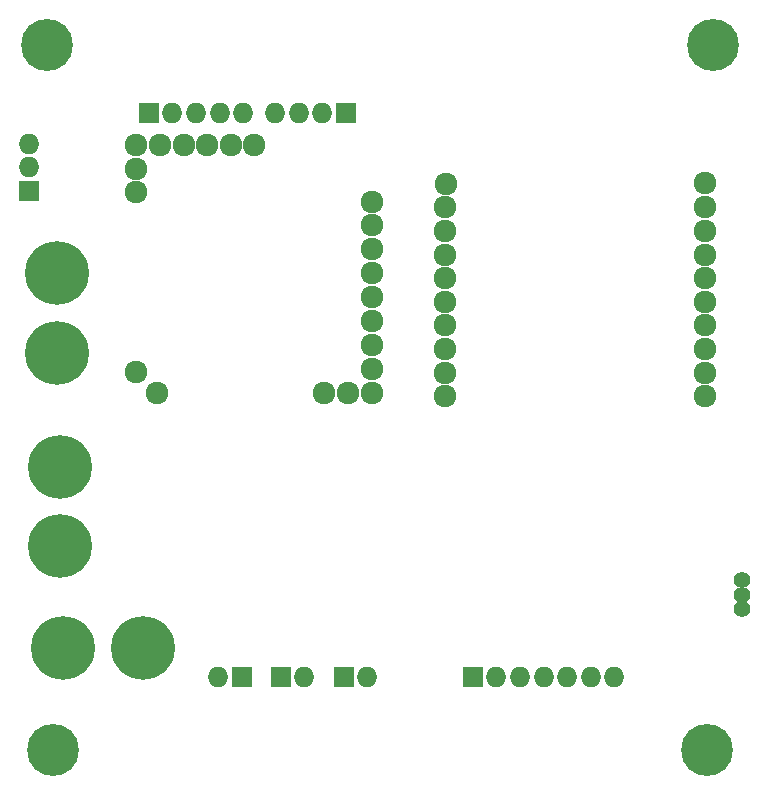
<source format=gbr>
G04 #@! TF.GenerationSoftware,KiCad,Pcbnew,5.0.0-rc3-unknown-3e22e5c~65~ubuntu16.04.1*
G04 #@! TF.CreationDate,2018-07-12T16:40:26-04:00*
G04 #@! TF.ProjectId,Phoenix_schema_ver3,50686F656E69785F736368656D615F76,rev?*
G04 #@! TF.SameCoordinates,Original*
G04 #@! TF.FileFunction,Soldermask,Bot*
G04 #@! TF.FilePolarity,Negative*
%FSLAX46Y46*%
G04 Gerber Fmt 4.6, Leading zero omitted, Abs format (unit mm)*
G04 Created by KiCad (PCBNEW 5.0.0-rc3-unknown-3e22e5c~65~ubuntu16.04.1) date Thu Jul 12 16:40:26 2018*
%MOMM*%
%LPD*%
G01*
G04 APERTURE LIST*
%ADD10C,1.924000*%
%ADD11O,1.750000X1.750000*%
%ADD12R,1.750000X1.750000*%
%ADD13C,1.400000*%
%ADD14C,4.400000*%
%ADD15C,5.400000*%
G04 APERTURE END LIST*
D10*
G04 #@! TO.C,ELKA*
X133170477Y-85667204D03*
X133170477Y-83667204D03*
X133170477Y-81667204D03*
X133170477Y-79667204D03*
X115011200Y-95834200D03*
X113233200Y-94056200D03*
X133172200Y-87706200D03*
X133172200Y-89738200D03*
X133172200Y-91770200D03*
X133172200Y-93802200D03*
X129108200Y-95834200D03*
X131140200Y-95834200D03*
X133172200Y-95834200D03*
X113233200Y-78816200D03*
X113233200Y-76911200D03*
X123259200Y-74863200D03*
X121259200Y-74863200D03*
X119259200Y-74863200D03*
X117259200Y-74863200D03*
X115259200Y-74863200D03*
X113233200Y-74879200D03*
G04 #@! TD*
G04 #@! TO.C,Zigbee*
X139446000Y-78130400D03*
X139430000Y-80131000D03*
X139430000Y-82131000D03*
X139430000Y-84131000D03*
X139430000Y-86131000D03*
X139430000Y-88131000D03*
X139430000Y-90131000D03*
X139430000Y-92131000D03*
X139430000Y-94131000D03*
X139430000Y-96131000D03*
X161442400Y-78079600D03*
X161430000Y-80131000D03*
X161430000Y-82131000D03*
X161430000Y-84131000D03*
X161430000Y-86131000D03*
X161430000Y-88131000D03*
X161430000Y-90131000D03*
X161430000Y-92131000D03*
X161430000Y-94131000D03*
X161430000Y-96131000D03*
G04 #@! TD*
D11*
G04 #@! TO.C,J9\002CJ15*
X153732000Y-119888000D03*
X151732000Y-119888000D03*
X149732000Y-119888000D03*
X147732000Y-119888000D03*
X145732000Y-119888000D03*
X143732000Y-119888000D03*
D12*
X141732000Y-119888000D03*
G04 #@! TD*
D13*
G04 #@! TO.C,R1*
X164541200Y-114144400D03*
X164541200Y-112928400D03*
X164541200Y-111712400D03*
G04 #@! TD*
D14*
G04 #@! TO.C,REF\002A\002A*
X161544000Y-126085600D03*
G04 #@! TD*
D12*
G04 #@! TO.C,To ESCs*
X114300000Y-72136000D03*
D11*
X116300000Y-72136000D03*
X118300000Y-72136000D03*
X120300000Y-72136000D03*
X122300000Y-72136000D03*
G04 #@! TD*
D14*
G04 #@! TO.C,REF\002A\002A*
X105664000Y-66395600D03*
G04 #@! TD*
D15*
G04 #@! TO.C,To EScs*
X106553000Y-85725000D03*
X106553000Y-92456000D03*
G04 #@! TD*
G04 #@! TO.C,J1*
X106807000Y-108839000D03*
X106807000Y-102108000D03*
G04 #@! TD*
D12*
G04 #@! TO.C,J16*
X131000000Y-72136000D03*
D11*
X129000000Y-72136000D03*
X127000000Y-72136000D03*
X125000000Y-72136000D03*
G04 #@! TD*
D12*
G04 #@! TO.C,J3*
X122174000Y-119888000D03*
D11*
X120174000Y-119888000D03*
G04 #@! TD*
D12*
G04 #@! TO.C,J4*
X125476000Y-119888000D03*
D11*
X127476000Y-119888000D03*
G04 #@! TD*
D12*
G04 #@! TO.C,J5*
X130810000Y-119888000D03*
D11*
X132810000Y-119888000D03*
G04 #@! TD*
D15*
G04 #@! TO.C,J6*
X107061000Y-117475000D03*
X113792000Y-117475000D03*
G04 #@! TD*
D12*
G04 #@! TO.C,*
X104140000Y-78740000D03*
D11*
X104140000Y-76740000D03*
X104140000Y-74740000D03*
G04 #@! TD*
D14*
G04 #@! TO.C,REF\002A\002A*
X162052000Y-66395600D03*
G04 #@! TD*
G04 #@! TO.C,REF\002A\002A*
X106172000Y-126085600D03*
G04 #@! TD*
M02*

</source>
